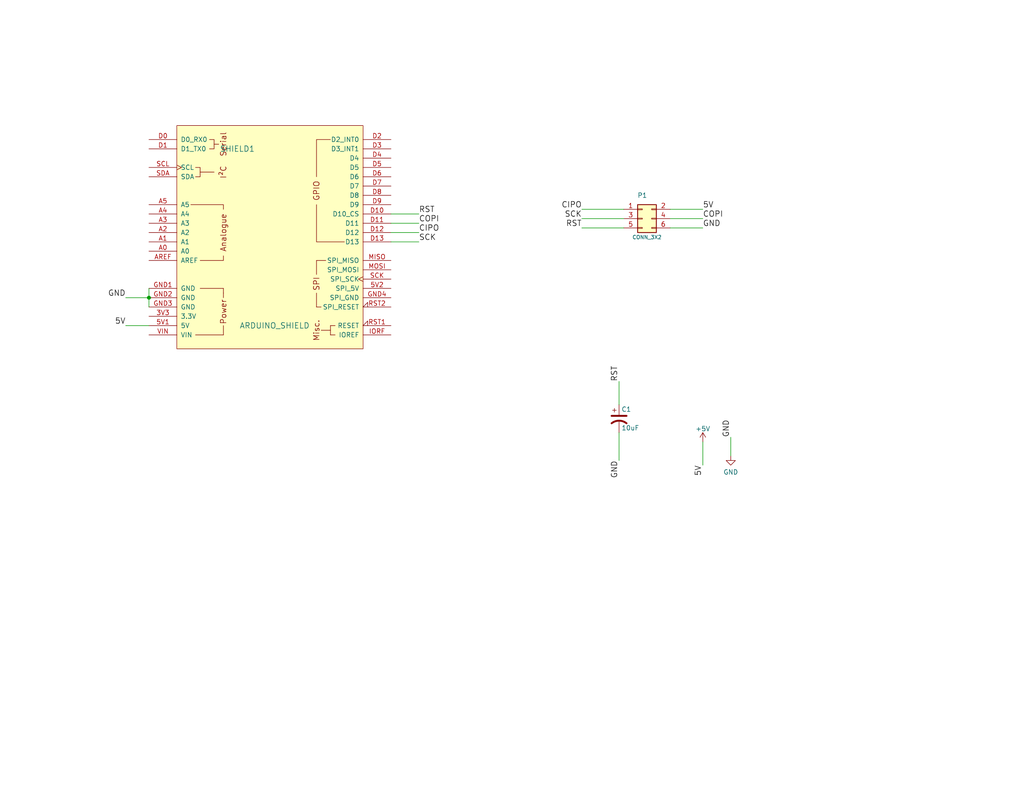
<source format=kicad_sch>
(kicad_sch (version 20230121) (generator eeschema)
  (paper "USLetter")
  (title_block (title "G4 Programmer Arduino Shield") (date "2022-11-09") (rev "v0.3.4") (company "Janelia"))
  (lib_symbols
    (symbol "Connector_Generic:Conn_02x03_Odd_Even" (pin_names (offset 1.016) hide)
      (property "Reference" "J" (at 1.27 5.08 0))
      (property "Value" "Conn_02x03_Odd_Even" (at 1.27 -5.08 0))
      (symbol "Conn_02x03_Odd_Even_1_1"
        (rectangle (start -1.27 -2.413) (end 0 -2.667) (stroke (width 0.1524)))
        (rectangle (start -1.27 0.127) (end 0 -0.127) (stroke (width 0.1524)))
        (rectangle (start -1.27 2.667) (end 0 2.413) (stroke (width 0.1524)))
        (rectangle (start -1.27 3.81) (end 3.81 -3.81) (stroke (width 0.254)) (fill (type background)))
        (rectangle (start 3.81 -2.413) (end 2.54 -2.667) (stroke (width 0.1524)))
        (rectangle (start 3.81 0.127) (end 2.54 -0.127) (stroke (width 0.1524)))
        (rectangle (start 3.81 2.667) (end 2.54 2.413) (stroke (width 0.1524)))
        (pin passive line (at -5.08 2.54 0) (length 3.81) (name "Pin_1") (number "1"))
        (pin passive line (at 7.62 2.54 180) (length 3.81) (name "Pin_2") (number "2"))
        (pin passive line (at -5.08 0 0) (length 3.81) (name "Pin_3") (number "3"))
        (pin passive line (at 7.62 0 180) (length 3.81) (name "Pin_4") (number "4"))
        (pin passive line (at -5.08 -2.54 0) (length 3.81) (name "Pin_5") (number "5"))
        (pin passive line (at 7.62 -2.54 180) (length 3.81) (name "Pin_6") (number "6"))
      )
    )
    (symbol "Device:C_Polarized_US" (pin_numbers hide) (pin_names (offset 0.254) hide)
      (property "Reference" "C" (at 0.635 2.54 0))
      (property "Value" "C_Polarized_US" (at 0.635 -2.54 0))
      (symbol "C_Polarized_US_0_1"
        (polyline (pts (xy -2.032 0.762) (xy 2.032 0.762)) (stroke (width 0.508)))
        (polyline (pts (xy -1.778 2.286) (xy -0.762 2.286)))
        (polyline (pts (xy -1.27 1.778) (xy -1.27 2.794)))
        (arc (start 2.032 -1.27) (mid 0 -0.5572) (end -2.032 -1.27) (stroke (width 0.508)))
      )
      (symbol "C_Polarized_US_1_1"
        (pin passive line (at 0 3.81 270) (length 2.794) (name "~") (number "1"))
        (pin passive line (at 0 -3.81 90) (length 3.302) (name "~") (number "2"))
      )
    )
    (symbol "arduino:Arduino_Uno_Shield" (pin_names (offset 1.016))
      (property "Reference" "XA" (at 2.54 0 90))
      (property "Value" "Arduino_Uno_Shield" (at -2.54 0 90))
      (symbol "Arduino_Uno_Shield_0_0"
        (rectangle (start -25.4 30.48) (end 25.4 -30.48) (fill (type background)))
        (rectangle (start -20.32 -26.67) (end -12.7 -26.67))
        (rectangle (start -19.05 -13.97) (end -12.7 -13.97))
        (polyline (pts (xy -19.05 17.78) (xy -15.24 17.78)))
        (polyline (pts (xy -15.24 25.4) (xy -13.97 25.4)))
        (polyline (pts (xy -12.7 -26.67) (xy -12.7 -24.13)))
        (polyline (pts (xy -12.7 -15.24) (xy -12.7 -16.51)))
        (polyline (pts (xy -12.7 -13.97) (xy -12.7 -15.24)))
        (polyline (pts (xy -12.7 -5.08) (xy -12.7 -6.35) (xy -19.05 -6.35)))
        (polyline (pts (xy -12.7 7.62) (xy -12.7 8.89) (xy -21.59 8.89)))
        (polyline (pts (xy 12.7 8.89) (xy 12.7 -1.27) (xy 20.32 -1.27)))
        (polyline (pts (xy 12.7 16.51) (xy 12.7 26.67) (xy 16.51 26.67)))
        (polyline (pts (xy -20.32 19.05) (xy -19.05 19.05) (xy -19.05 16.51) (xy -20.32 16.51)))
        (polyline (pts (xy -16.51 26.67) (xy -15.24 26.67) (xy -15.24 24.13) (xy -16.51 24.13)))
        (rectangle (start 12.7 -19.05) (end 12.7 -15.24))
        (rectangle (start 12.7 -10.16) (end 12.7 -6.35))
        (rectangle (start 13.97 -19.05) (end 12.7 -19.05))
        (rectangle (start 15.24 -6.35) (end 12.7 -6.35))
        (rectangle (start 16.51 -25.4) (end 13.97 -25.4))
        (rectangle (start 16.51 -24.13) (end 16.51 -26.67))
        (rectangle (start 17.78 -26.67) (end 16.51 -26.67))
        (rectangle (start 17.78 -24.13) (end 16.51 -24.13))
        (text "Analogue" (at -12.7 1.27 900) (effects (font (size 1.524 1.524))))
        (text "I²C" (at -12.7 17.78 900) (effects (font (size 1.524 1.524))))
        (text "Misc." (at 12.7 -25.4 900) (effects (font (size 1.524 1.524))))
        (text "Power" (at -12.7 -20.32 900) (effects (font (size 1.524 1.524))))
        (text "Serial" (at -12.7 25.4 900) (effects (font (size 1.524 1.524))))
        (text "SPI" (at 12.7 -12.7 900) (effects (font (size 1.524 1.524))))
      )
      (symbol "Arduino_Uno_Shield_1_0"
        (text "GPIO" (at 12.7 12.7 900) (effects (font (size 1.524 1.524))))
      )
      (symbol "Arduino_Uno_Shield_1_1"
        (pin power_out line (at -33.02 -21.59 0) (length 7.62) (name "3.3V") (number "3V3"))
        (pin power_in line (at -33.02 -24.13 0) (length 7.62) (name "5V") (number "5V1"))
        (pin power_in line (at 33.02 -13.97 180) (length 7.62) (name "SPI_5V") (number "5V2"))
        (pin bidirectional line (at -33.02 -3.81 0) (length 7.62) (name "A0") (number "A0"))
        (pin bidirectional line (at -33.02 -1.27 0) (length 7.62) (name "A1") (number "A1"))
        (pin bidirectional line (at -33.02 1.27 0) (length 7.62) (name "A2") (number "A2"))
        (pin bidirectional line (at -33.02 3.81 0) (length 7.62) (name "A3") (number "A3"))
        (pin bidirectional line (at -33.02 6.35 0) (length 7.62) (name "A4") (number "A4"))
        (pin bidirectional line (at -33.02 8.89 0) (length 7.62) (name "A5") (number "A5"))
        (pin input line (at -33.02 -6.35 0) (length 7.62) (name "AREF") (number "AREF"))
        (pin bidirectional line (at -33.02 26.67 0) (length 7.62) (name "D0_RX0") (number "D0"))
        (pin bidirectional line (at -33.02 24.13 0) (length 7.62) (name "D1_TX0") (number "D1"))
        (pin bidirectional line (at 33.02 6.35 180) (length 7.62) (name "D10_CS") (number "D10"))
        (pin bidirectional line (at 33.02 3.81 180) (length 7.62) (name "D11") (number "D11"))
        (pin bidirectional line (at 33.02 1.27 180) (length 7.62) (name "D12") (number "D12"))
        (pin bidirectional line (at 33.02 -1.27 180) (length 7.62) (name "D13") (number "D13"))
        (pin bidirectional line (at 33.02 26.67 180) (length 7.62) (name "D2_INT0") (number "D2"))
        (pin bidirectional line (at 33.02 24.13 180) (length 7.62) (name "D3_INT1") (number "D3"))
        (pin bidirectional line (at 33.02 21.59 180) (length 7.62) (name "D4") (number "D4"))
        (pin bidirectional line (at 33.02 19.05 180) (length 7.62) (name "D5") (number "D5"))
        (pin bidirectional line (at 33.02 16.51 180) (length 7.62) (name "D6") (number "D6"))
        (pin bidirectional line (at 33.02 13.97 180) (length 7.62) (name "D7") (number "D7"))
        (pin bidirectional line (at 33.02 11.43 180) (length 7.62) (name "D8") (number "D8"))
        (pin bidirectional line (at 33.02 8.89 180) (length 7.62) (name "D9") (number "D9"))
        (pin power_in line (at -33.02 -13.97 0) (length 7.62) (name "GND") (number "GND1"))
        (pin power_in line (at -33.02 -16.51 0) (length 7.62) (name "GND") (number "GND2"))
        (pin power_in line (at -33.02 -19.05 0) (length 7.62) (name "GND") (number "GND3"))
        (pin power_in line (at 33.02 -16.51 180) (length 7.62) (name "SPI_GND") (number "GND4"))
        (pin output line (at 33.02 -26.67 180) (length 7.62) (name "IOREF") (number "IORF"))
        (pin input line (at 33.02 -6.35 180) (length 7.62) (name "SPI_MISO") (number "MISO"))
        (pin output line (at 33.02 -8.89 180) (length 7.62) (name "SPI_MOSI") (number "MOSI"))
        (pin open_collector input_low (at 33.02 -24.13 180) (length 7.62) (name "RESET") (number "RST1"))
        (pin open_collector input_low (at 33.02 -19.05 180) (length 7.62) (name "SPI_RESET") (number "RST2"))
        (pin output clock (at 33.02 -11.43 180) (length 7.62) (name "SPI_SCK") (number "SCK"))
        (pin bidirectional clock (at -33.02 19.05 0) (length 7.62) (name "SCL") (number "SCL"))
        (pin bidirectional line (at -33.02 16.51 0) (length 7.62) (name "SDA") (number "SDA"))
        (pin power_in line (at -33.02 -26.67 0) (length 7.62) (name "VIN") (number "VIN"))
      )
    )
    (symbol "power:+5V" (power) (pin_names (offset 0))
      (property "Value" "+5V" (at 0 3.556 0))
      (symbol "+5V_0_1"
        (polyline (pts (xy -0.762 1.27) (xy 0 2.54)))
        (polyline (pts (xy 0 0) (xy 0 2.54)))
        (polyline (pts (xy 0 2.54) (xy 0.762 1.27)))
      )
      (symbol "+5V_1_1"
        (pin power_in line (at 0 0 90) (length 0) hide (name "+5V") (number "1"))
      )
    )
    (symbol "power:GND" (power) (pin_names (offset 0))
      (property "Value" "GND" (at 0 -3.81 0))
      (symbol "GND_0_1"
        (polyline (pts (xy 0 0) (xy 0 -1.27) (xy 1.27 -1.27) (xy 0 -2.54) (xy -1.27 -1.27) (xy 0 -1.27)))
      )
      (symbol "GND_1_1"
        (pin power_in line (at 0 0 270) (length 0) hide (name "GND") (number "1"))
      )
    )
  )
  (junction (at 40.64 81.28))
  (wire (pts (xy 199.39 119.38) (xy 199.39 124.46)))
  (wire (pts (xy 182.88 59.69) (xy 191.77 59.69)))
  (wire (pts (xy 191.77 120.65) (xy 191.77 127)))
  (wire (pts (xy 106.68 58.42) (xy 114.3 58.42)))
  (wire (pts (xy 106.68 66.04) (xy 114.3 66.04)))
  (wire (pts (xy 170.18 62.23) (xy 158.75 62.23)))
  (wire (pts (xy 168.91 110.49) (xy 168.91 104.14)))
  (wire (pts (xy 170.18 59.69) (xy 158.75 59.69)))
  (wire (pts (xy 40.64 81.28) (xy 40.64 83.82)))
  (wire (pts (xy 106.68 63.5) (xy 114.3 63.5)))
  (wire (pts (xy 40.64 78.74) (xy 40.64 81.28)))
  (wire (pts (xy 106.68 60.96) (xy 114.3 60.96)))
  (wire (pts (xy 168.91 118.11) (xy 168.91 125.73)))
  (wire (pts (xy 170.18 57.15) (xy 158.75 57.15)))
  (wire (pts (xy 34.29 81.28) (xy 40.64 81.28)))
  (wire (pts (xy 182.88 62.23) (xy 191.77 62.23)))
  (wire (pts (xy 34.29 88.9) (xy 40.64 88.9)))
  (wire (pts (xy 182.88 57.15) (xy 191.77 57.15)))
  (label "RST" (at 114.3 58.42 0) (effects (font (size 1.524 1.524))))
  (label "SCK" (at 114.3 66.04 0) (effects (font (size 1.524 1.524))))
  (label "COPI" (at 114.3 60.96 0) (effects (font (size 1.524 1.524))))
  (label "RST" (at 158.75 62.23 180) (effects (font (size 1.524 1.524))))
  (label "CIPO" (at 114.3 63.5 0) (effects (font (size 1.524 1.524))))
  (label "GND" (at 199.39 119.38 90) (effects (font (size 1.524 1.524))))
  (label "5V" (at 191.77 127 270) (effects (font (size 1.524 1.524))))
  (label "GND" (at 168.91 125.73 270) (effects (font (size 1.524 1.524))))
  (label "5V" (at 34.29 88.9 180) (effects (font (size 1.524 1.524))))
  (label "CIPO" (at 158.75 57.15 180) (effects (font (size 1.524 1.524))))
  (label "RST" (at 168.91 104.14 90) (effects (font (size 1.524 1.524))))
  (label "GND" (at 34.29 81.28 180) (effects (font (size 1.524 1.524))))
  (label "5V" (at 191.77 57.15 0) (effects (font (size 1.524 1.524))))
  (label "GND" (at 191.77 62.23 0) (effects (font (size 1.524 1.524))))
  (label "COPI" (at 191.77 59.69 0) (effects (font (size 1.524 1.524))))
  (label "SCK" (at 158.75 59.69 180) (effects (font (size 1.524 1.524))))
  (symbol (lib_id "arduino:Arduino_Uno_Shield") (at 73.66 64.77 0) (unit 1)
    (property "Reference" "SHIELD1" (at 64.77 40.64 0) (effects (font (size 1.524 1.524))))
    (property "Value" "ARDUINO_SHIELD" (at 74.93 88.9 0) (effects (font (size 1.524 1.524))))
    (property "Footprint" "Arduino:Arduino_Zero_Shield" (effects hide))
    (property "Datasheet" "https://store.arduino.cc/products/arduino-uno-rev3" (effects hide))
  )
  (symbol (lib_id "Connector_Generic:Conn_02x03_Odd_Even") (at 175.26 59.69 0) (unit 1)
    (property "Reference" "P1" (at 175.26 53.34 0))
    (property "Value" "CONN_3X2" (at 176.53 64.77 0) (effects (font (size 1.016 1.016))))
    (property "Footprint" "Connector_PinHeader_2.54mm:PinHeader_2x03_P2.54mm_Vertical" (effects hide))
  )
  (symbol (lib_id "Device:C_Polarized_US") (at 168.91 114.3 0) (unit 1)
    (property "Reference" "C1" (at 169.545 111.76 0) (effects (justify left)))
    (property "Value" "10uF" (at 169.545 116.84 0) (effects (justify left)))
    (property "Footprint" "Capacitor_THT:CP_Radial_D10.0mm_P5.00mm" (effects hide))
    (property "Datasheet" "https://datasheets.kyocera-avx.com/tap.pdf" (effects hide))
  )
  (symbol (lib_id "power:+5V") (at 191.77 120.65 0) (unit 1)
    (property "Reference" "#PWR0101" (effects hide))
    (property "Value" "+5V" (at 191.77 117.0742 0))
  )
  (symbol (lib_id "power:GND") (at 199.39 124.46 0) (unit 1)
    (property "Reference" "#PWR0102" (effects hide))
    (property "Value" "GND" (at 199.39 128.9034 0))
  )
)
</source>
